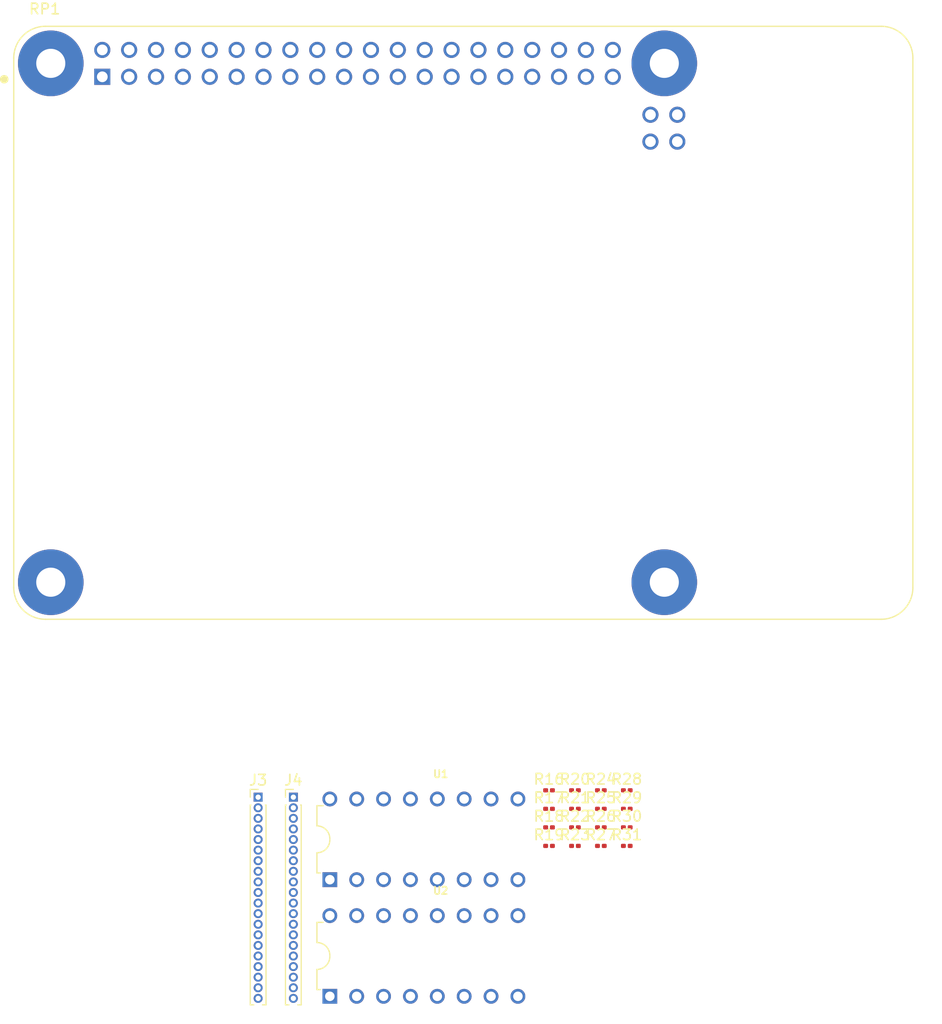
<source format=kicad_pcb>
(kicad_pcb (version 20241229) (generator "pcbnew") (generator_version "9.0")
  (layers (0 "F.Cu" signal) (2 "B.Cu" signal) (13 "F.Paste" user) (15 "B.Paste" user) (5 "F.SilkS" user "F.Silkscreen") (7 "B.SilkS" user "B.Silkscreen") (1 "F.Mask" user) (3 "B.Mask" user) (25 "Edge.Cuts" user))
  (net 0 "")
  (net 1 "Net-(J3-Pin_10)")
  (net 2 "Net-(J3-Pin_5)")
  (net 4 "Net-(J3-Pin_4)")
  (net 5 "Net-(J3-Pin_6)")
  (net 6 "Net-(J3-Pin_1)")
  (net 7 "Net-(J3-Pin_7)")
  (net 8 "Net-(J3-Pin_2)")
  (net 10 "Net-(J3-Pin_3)")
  (net 11 "Net-(J3-Pin_8)")
  (net 13 "Net-(J4-Pin_10)")
  (net 14 "Net-(J4-Pin_20)")
  (net 16 "Net-(J4-Pin_19)")
  (net 18 "Net-(J4-Pin_17)")
  (net 19 "Net-(J4-Pin_13)")
  (net 21 "Net-(J4-Pin_15)")
  (net 22 "Net-(J4-Pin_14)")
  (net 24 "Net-(J4-Pin_18)")
  (net 25 "Net-(J4-Pin_16)")
  (net 26 "Net-(U1-CH7)")
  (net 27 "Net-(U1-CH6)")
  (net 28 "Net-(U1-CH5)")
  (net 29 "Net-(U1-CH4)")
  (net 30 "Net-(U1-CH3)")
  (net 31 "Net-(U1-CH2)")
  (net 32 "Net-(U1-CH1)")
  (net 33 "Net-(U1-CH0)")
  (net 34 "Net-(U2-CH7)")
  (net 35 "Net-(U2-CH6)")
  (net 36 "Net-(U2-CH5)")
  (net 37 "Net-(U2-CH4)")
  (net 38 "Net-(U2-CH3)")
  (net 39 "Net-(U2-CH2)")
  (net 40 "Net-(U2-CH1)")
  (net 41 "Net-(U2-CH0)")
  (net 45 "Net-(RP1-+3.3V_1)")
  (net 50 "Net-(RP1-GPIO_7{slash}SPI0_CE2_N)")
  (net 57 "Net-(RP1-+3.3V_2)")
  (net 62 "Net-(RP1-GPIO_11{slash}SPI0_SCLK)")
  (net 63 "Net-(RP1-GPIO20{slash}SPI0_MOSI1)")
  (net 68 "Net-(RP1-GPIO19{slash}SPI0_MISO1{slash}PWM1)")
  (net 70 "Net-(RP1-GPIO_10{slash}SPI0_MOSI)")
  (net 72 "Net-(RP1-GPIO_8{slash}SPI0_CE1_N)")
  (net 77 "Net-(RP1-GPIO_9{slash}SPI0_MISO)")
  (net 82 "Net-(RP1-GPIO21{slash}SPI0_SCLK1)")
  (footprint "Resistor_SMD:R_0201_0603Metric" (layer "F.Cu") (at 97.315 102.65)
    (property "Reference" "R20" (at 0 -1.05 0) (layer "F.SilkS"))
    (property "Value" "R")
    (pad "1" smd roundrect (at -0.32 0) (size 0.46 0.4) (layers "F.Cu" "F.Mask") (net 4 "Net-(J3-Pin_4)"))
    (pad "2" smd roundrect (at 0.32 0) (size 0.46 0.4) (layers "F.Cu" "F.Mask") (net 30 "Net-(U1-CH3)"))
  )
  (footprint "Connector_PinHeader_1.00mm:PinHeader_1x20_P1.00mm_Vertical" (layer "F.Cu") (at 67.365 103.3)
    (property "Reference" "J3" (at 0 -1.61 0) (layer "F.SilkS"))
    (property "Value" "Conn_01x20_Pin")
    (fp_line (start -0.745 -0.735) (end 0 -0.735) (stroke (width 0.12)) (layer "F.SilkS"))
    (fp_line (start -0.745 0) (end -0.745 -0.735) (stroke (width 0.12)) (layer "F.SilkS"))
    (fp_line (start -0.745 0.735) (end -0.745 19.61) (stroke (width 0.12)) (layer "F.SilkS"))
    (fp_line (start -0.745 0.735) (end -0.685565 0.735) (stroke (width 0.12)) (layer "F.SilkS"))
    (fp_line (start -0.745 19.61) (end -0.41003 19.61) (stroke (width 0.12)) (layer "F.SilkS"))
    (fp_line (start 0.41003 19.61) (end 0.745 19.61) (stroke (width 0.12)) (layer "F.SilkS"))
    (fp_line (start 0.685565 0.735) (end 0.745 0.735) (stroke (width 0.12)) (layer "F.SilkS"))
    (fp_line (start 0.745 0.735) (end 0.745 19.61) (stroke (width 0.12)) (layer "F.SilkS"))
    (pad "1" thru_hole rect (at 0 0) (size 0.85 0.85) (drill 0.5) (layers "*.Cu" "*.Mask") (net 6 "Net-(J3-Pin_1)"))
    (pad "2" thru_hole circle (at 0 1) (size 0.85 0.85) (drill 0.5) (layers "*.Cu" "*.Mask") (net 8 "Net-(J3-Pin_2)"))
    (pad "3" thru_hole circle (at 0 2) (size 0.85 0.85) (drill 0.5) (layers "*.Cu" "*.Mask") (net 10 "Net-(J3-Pin_3)"))
    (pad "4" thru_hole circle (at 0 3) (size 0.85 0.85) (drill 0.5) (layers "*.Cu" "*.Mask") (net 4 "Net-(J3-Pin_4)"))
    (pad "5" thru_hole circle (at 0 4) (size 0.85 0.85) (drill 0.5) (layers "*.Cu" "*.Mask") (net 2 "Net-(J3-Pin_5)"))
    (pad "6" thru_hole circle (at 0 5) (size 0.85 0.85) (drill 0.5) (layers "*.Cu" "*.Mask") (net 5 "Net-(J3-Pin_6)"))
    (pad "7" thru_hole circle (at 0 6) (size 0.85 0.85) (drill 0.5) (layers "*.Cu" "*.Mask") (net 7 "Net-(J3-Pin_7)"))
    (pad "8" thru_hole circle (at 0 7) (size 0.85 0.85) (drill 0.5) (layers "*.Cu" "*.Mask") (net 11 "Net-(J3-Pin_8)"))
    (pad "9" thru_hole circle (at 0 8) (size 0.85 0.85) (drill 0.5) (layers "*.Cu" "*.Mask") (net 1 "Net-(J3-Pin_10)"))
    (pad "10" thru_hole circle (at 0 9) (size 0.85 0.85) (drill 0.5) (layers "*.Cu" "*.Mask") (net 1 "Net-(J3-Pin_10)"))
    (pad "11" thru_hole circle (at 0 10) (size 0.85 0.85) (drill 0.5) (layers "*.Cu" "*.Mask") (net 1 "Net-(J3-Pin_10)"))
    (pad "12" thru_hole circle (at 0 11) (size 0.85 0.85) (drill 0.5) (layers "*.Cu" "*.Mask") (net 1 "Net-(J3-Pin_10)"))
    (pad "13" thru_hole circle (at 0 12) (size 0.85 0.85) (drill 0.5) (layers "*.Cu" "*.Mask") (net 1 "Net-(J3-Pin_10)"))
    (pad "14" thru_hole circle (at 0 13) (size 0.85 0.85) (drill 0.5) (layers "*.Cu" "*.Mask") (net 1 "Net-(J3-Pin_10)"))
    (pad "15" thru_hole circle (at 0 14) (size 0.85 0.85) (drill 0.5) (layers "*.Cu" "*.Mask") (net 1 "Net-(J3-Pin_10)"))
    (pad "16" thru_hole circle (at 0 15) (size 0.85 0.85) (drill 0.5) (layers "*.Cu" "*.Mask") (net 1 "Net-(J3-Pin_10)"))
    (pad "17" thru_hole circle (at 0 16) (size 0.85 0.85) (drill 0.5) (layers "*.Cu" "*.Mask") (net 1 "Net-(J3-Pin_10)"))
    (pad "18" thru_hole circle (at 0 17) (size 0.85 0.85) (drill 0.5) (layers "*.Cu" "*.Mask") (net 1 "Net-(J3-Pin_10)"))
    (pad "19" thru_hole circle (at 0 18) (size 0.85 0.85) (drill 0.5) (layers "*.Cu" "*.Mask"))
    (pad "20" thru_hole circle (at 0 19) (size 0.85 0.85) (drill 0.5) (layers "*.Cu" "*.Mask"))
  )
  (footprint "Resistor_SMD:R_0201_0603Metric" (layer "F.Cu") (at 94.865 102.65)
    (property "Reference" "R16" (at 0 -1.05 0) (layer "F.SilkS"))
    (property "Value" "R")
    (pad "1" smd roundrect (at -0.32 0) (size 0.46 0.4) (layers "F.Cu" "F.Mask") (net 11 "Net-(J3-Pin_8)"))
    (pad "2" smd roundrect (at 0.32 0) (size 0.46 0.4) (layers "F.Cu" "F.Mask") (net 26 "Net-(U1-CH7)"))
  )
  (footprint "Resistor_SMD:R_0201_0603Metric" (layer "F.Cu") (at 94.865 107.9)
    (property "Reference" "R19" (at 0 -1.05 0) (layer "F.SilkS"))
    (property "Value" "R")
    (pad "1" smd roundrect (at -0.32 0) (size 0.46 0.4) (layers "F.Cu" "F.Mask") (net 2 "Net-(J3-Pin_5)"))
    (pad "2" smd roundrect (at 0.32 0) (size 0.46 0.4) (layers "F.Cu" "F.Mask") (net 29 "Net-(U1-CH4)"))
  )
  (footprint "Resistor_SMD:R_0201_0603Metric" (layer "F.Cu") (at 102.215 102.65)
    (property "Reference" "R28" (at 0 -1.05 0) (layer "F.SilkS"))
    (property "Value" "R")
    (pad "1" smd roundrect (at -0.32 0) (size 0.46 0.4) (layers "F.Cu" "F.Mask") (net 38 "Net-(U2-CH3)"))
    (pad "2" smd roundrect (at 0.32 0) (size 0.46 0.4) (layers "F.Cu" "F.Mask") (net 25 "Net-(J4-Pin_16)"))
  )
  (footprint "Resistor_SMD:R_0201_0603Metric" (layer "F.Cu") (at 99.765 107.9)
    (property "Reference" "R27" (at 0 -1.05 0) (layer "F.SilkS"))
    (property "Value" "R")
    (pad "1" smd roundrect (at -0.32 0) (size 0.46 0.4) (layers "F.Cu" "F.Mask") (net 37 "Net-(U2-CH4)"))
    (pad "2" smd roundrect (at 0.32 0) (size 0.46 0.4) (layers "F.Cu" "F.Mask") (net 18 "Net-(J4-Pin_17)"))
  )
  (footprint "Resistor_SMD:R_0201_0603Metric" (layer "F.Cu") (at 94.865 106.15)
    (property "Reference" "R18" (at 0 -1.05 0) (layer "F.SilkS"))
    (property "Value" "R")
    (pad "1" smd roundrect (at -0.32 0) (size 0.46 0.4) (layers "F.Cu" "F.Mask") (net 5 "Net-(J3-Pin_6)"))
    (pad "2" smd roundrect (at 0.32 0) (size 0.46 0.4) (layers "F.Cu" "F.Mask") (net 28 "Net-(U1-CH5)"))
  )
  (footprint "Resistor_SMD:R_0201_0603Metric" (layer "F.Cu") (at 94.865 104.4)
    (property "Reference" "R17" (at 0 -1.05 0) (layer "F.SilkS"))
    (property "Value" "R")
    (pad "1" smd roundrect (at -0.32 0) (size 0.46 0.4) (layers "F.Cu" "F.Mask") (net 7 "Net-(J3-Pin_7)"))
    (pad "2" smd roundrect (at 0.32 0) (size 0.46 0.4) (layers "F.Cu" "F.Mask") (net 27 "Net-(U1-CH6)"))
  )
  (footprint "Resistor_SMD:R_0201_0603Metric" (layer "F.Cu") (at 99.765 102.65)
    (property "Reference" "R24" (at 0 -1.05 0) (layer "F.SilkS"))
    (property "Value" "R")
    (pad "1" smd roundrect (at -0.32 0) (size 0.46 0.4) (layers "F.Cu" "F.Mask") (net 34 "Net-(U2-CH7)"))
    (pad "2" smd roundrect (at 0.32 0) (size 0.46 0.4) (layers "F.Cu" "F.Mask") (net 14 "Net-(J4-Pin_20)"))
  )
  (footprint "imprtdasd:DIP16-2.54-19.2X7.62MM" (layer "F.Cu") (at 83.0335 107.28)
    (property "Reference" "U1" (at 1.589081 -6.165633 0) (layer "F.SilkS") (effects (font (size 0.700697 0.700697))))
    (property "Value" "MCP3008")
    (fp_line (start -10.11 -3.175) (end -9.525 -3.175) (stroke (width 0.127)) (layer "F.SilkS"))
    (fp_line (start -10.11 -1.27) (end -10.11 -3.175) (stroke (width 0.127)) (layer "F.SilkS"))
    (fp_line (start -10.11 3.175) (end -10.11 1.27) (stroke (width 0.127)) (layer "F.SilkS"))
    (fp_line (start -10.11 3.175) (end -9.8 3.175) (stroke (width 0.127)) (layer "F.SilkS"))
    (fp_arc (start -10.11 -1.27) (mid -9.24733 -0.91267) (end -8.89 -0.05) (stroke (width 0.127)) (layer "F.SilkS"))
    (fp_arc (start -8.89 0.05) (mid -9.24733 0.91267) (end -10.11 1.27) (stroke (width 0.127)) (layer "F.SilkS"))
    (pad "1" thru_hole rect (at -8.89 3.81) (size 1.4 1.4) (drill 0.9) (layers "*.Cu" "*.Mask") (net 33 "Net-(U1-CH0)"))
    (pad "2" thru_hole circle (at -6.35 3.81) (size 1.4 1.4) (drill 0.9) (layers "*.Cu" "*.Mask") (net 32 "Net-(U1-CH1)"))
    (pad "3" thru_hole circle (at -3.81 3.81) (size 1.4 1.4) (drill 0.9) (layers "*.Cu" "*.Mask") (net 31 "Net-(U1-CH2)"))
    (pad "4" thru_hole circle (at -1.27 3.81) (size 1.4 1.4) (drill 0.9) (layers "*.Cu" "*.Mask") (net 30 "Net-(U1-CH3)"))
    (pad "5" thru_hole circle (at 1.27 3.81) (size 1.4 1.4) (drill 0.9) (layers "*.Cu" "*.Mask") (net 29 "Net-(U1-CH4)"))
    (pad "6" thru_hole circle (at 3.81 3.81) (size 1.4 1.4) (drill 0.9) (layers "*.Cu" "*.Mask") (net 28 "Net-(U1-CH5)"))
    (pad "7" thru_hole circle (at 6.35 3.81) (size 1.4 1.4) (drill 0.9) (layers "*.Cu" "*.Mask") (net 27 "Net-(U1-CH6)"))
    (pad "8" thru_hole circle (at 8.89 3.81) (size 1.4 1.4) (drill 0.9) (layers "*.Cu" "*.Mask") (net 26 "Net-(U1-CH7)"))
    (pad "9" thru_hole circle (at 8.89 -3.81) (size 1.4 1.4) (drill 0.9) (layers "*.Cu" "*.Mask") (net 1 "Net-(J3-Pin_10)"))
    (pad "10" thru_hole circle (at 6.35 -3.81) (size 1.4 1.4) (drill 0.9) (layers "*.Cu" "*.Mask") (net 72 "Net-(RP1-GPIO_8{slash}SPI0_CE1_N)"))
    (pad "11" thru_hole circle (at 3.81 -3.81) (size 1.4 1.4) (drill 0.9) (layers "*.Cu" "*.Mask") (net 70 "Net-(RP1-GPIO_10{slash}SPI0_MOSI)"))
    (pad "12" thru_hole circle (at 1.27 -3.81) (size 1.4 1.4) (drill 0.9) (layers "*.Cu" "*.Mask") (net 77 "Net-(RP1-GPIO_9{slash}SPI0_MISO)"))
    (pad "13" thru_hole circle (at -1.27 -3.81) (size 1.4 1.4) (drill 0.9) (layers "*.Cu" "*.Mask") (net 62 "Net-(RP1-GPIO_11{slash}SPI0_SCLK)"))
    (pad "14" thru_hole circle (at -3.81 -3.81) (size 1.4 1.4) (drill 0.9) (layers "*.Cu" "*.Mask") (net 1 "Net-(J3-Pin_10)"))
    (pad "15" thru_hole circle (at -6.35 -3.81) (size 1.4 1.4) (drill 0.9) (layers "*.Cu" "*.Mask") (net 45 "Net-(RP1-+3.3V_1)"))
    (pad "16" thru_hole circle (at -8.89 -3.81) (size 1.4 1.4) (drill 0.9) (layers "*.Cu" "*.Mask") (net 45 "Net-(RP1-+3.3V_1)"))
  )
  (footprint "imprtdasd:MODULE_RASPBERRY_PI_4B_4GB" (layer "F.Cu") (at 86.7625 58.4975)
    (property "Reference" "RP1" (at -39.575 -29.635 0) (layer "F.SilkS"))
    (property "Value" "Raspberry_Pi_2_3")
    (fp_line (start -42.5 -25) (end -42.5 25) (stroke (width 0.127)) (layer "F.SilkS"))
    (fp_line (start -39.5 28) (end 39.5 28) (stroke (width 0.127)) (layer "F.SilkS"))
    (fp_line (start 39.5 -28) (end -39.5 -28) (stroke (width 0.127)) (layer "F.SilkS"))
    (fp_line (start 42.5 25) (end 42.5 -25) (stroke (width 0.127)) (layer "F.SilkS"))
    (fp_arc (start -42.5 -25) (mid -41.62132 -27.12132) (end -39.5 -28) (stroke (width 0.127)) (layer "F.SilkS"))
    (fp_arc (start -39.5 28) (mid -41.62132 27.12132) (end -42.5 25) (stroke (width 0.127)) (layer "F.SilkS"))
    (fp_arc (start 39.5 -28) (mid 41.62132 -27.12132) (end 42.5 -25) (stroke (width 0.127)) (layer "F.SilkS"))
    (fp_arc (start 42.5 25) (mid 41.62132 27.12132) (end 39.5 28) (stroke (width 0.127)) (layer "F.SilkS"))
    (fp_circle (center -43.4 -23) (end -43.2 -23) (stroke (width 0.4)) (fill no) (layer "F.SilkS"))
    (pad "1" thru_hole rect (at -34.13 -23.23) (size 1.524 1.524) (drill 1.016) (layers "*.Cu" "*.Mask") (net 45 "Net-(RP1-+3.3V_1)"))
    (pad "2" thru_hole circle (at -34.13 -25.77) (size 1.524 1.524) (drill 1.016) (layers "*.Cu" "*.Mask"))
    (pad "3" thru_hole circle (at -31.59 -23.23) (size 1.524 1.524) (drill 1.016) (layers "*.Cu" "*.Mask"))
    (pad "4" thru_hole circle (at -31.59 -25.77) (size 1.524 1.524) (drill 1.016) (layers "*.Cu" "*.Mask"))
    (pad "5" thru_hole circle (at -29.05 -23.23) (size 1.524 1.524) (drill 1.016) (layers "*.Cu" "*.Mask"))
    (pad "6" thru_hole circle (at -29.05 -25.77) (size 1.524 1.524) (drill 1.016) (layers "*.Cu" "*.Mask"))
    (pad "7" thru_hole circle (at -26.51 -23.23) (size 1.524 1.524) (drill 1.016) (layers "*.Cu" "*.Mask"))
    (pad "8" thru_hole circle (at -26.51 -25.77) (size 1.524 1.524) (drill 1.016) (layers "*.Cu" "*.Mask"))
    (pad "9" thru_hole circle (at -23.97 -23.23) (size 1.524 1.524) (drill 1.016) (layers "*.Cu" "*.Mask"))
    (pad "10" thru_hole circle (at -23.97 -25.77) (size 1.524 1.524) (drill 1.016) (layers "*.Cu" "*.Mask"))
    (pad "11" thru_hole circle (at -21.43 -23.23) (size 1.524 1.524) (drill 1.016) (layers "*.Cu" "*.Mask"))
    (pad "12" thru_hole circle (at -21.43 -25.77) (size 1.524 1.524) (drill 1.016) (layers "*.Cu" "*.Mask"))
    (pad "13" thru_hole circle (at -18.89 -23.23) (size 1.524 1.524) (drill 1.016) (layers "*.Cu" "*.Mask"))
    (pad "14" thru_hole circle (at -18.89 -25.77) (size 1.524 1.524) (drill 1.016) (layers "*.Cu" "*.Mask") (net 1 "Net-(J3-Pin_10)"))
    (pad "15" thru_hole circle (at -16.35 -23.23) (size 1.524 1.524) (drill 1.016) (layers "*.Cu" "*.Mask"))
    (pad "16" thru_hole circle (at -16.35 -25.77) (size 1.524 1.524) (drill 1.016) (layers "*.Cu" "*.Mask"))
    (pad "17" thru_hole circle (at -13.81 -23.23) (size 1.524 1.524) (drill 1.016) (layers "*.Cu" "*.Mask") (net 57 "Net-(RP1-+3.3V_2)"))
    (pad "18" thru_hole circle (at -13.81 -25.77) (size 1.524 1.524) (drill 1.016) (layers "*.Cu" "*.Mask"))
    (pad "19" thru_hole circle (at -11.27 -23.23) (size 1.524 1.524) (drill 1.016) (layers "*.Cu" "*.Mask") (net 70 "Net-(RP1-GPIO_10{slash}SPI0_MOSI)"))
    (pad "20" thru_hole circle (at -11.27 -25.77) (size 1.524 1.524) (drill 1.016) (layers "*.Cu" "*.Mask"))
    (pad "21" thru_hole circle (at -8.73 -23.23) (size 1.524 1.524) (drill 1.016) (layers "*.Cu" "*.Mask") (net 77 "Net-(RP1-GPIO_9{slash}SPI0_MISO)"))
    (pad "22" thru_hole circle (at -8.73 -25.77) (size 1.524 1.524) (drill 1.016) (layers "*.Cu" "*.Mask"))
    (pad "23" thru_hole circle (at -6.19 -23.23) (size 1.524 1.524) (drill 1.016) (layers "*.Cu" "*.Mask") (net 62 "Net-(RP1-GPIO_11{slash}SPI0_SCLK)"))
    (pad "24" thru_hole circle (at -6.19 -25.77) (size 1.524 1.524) (drill 1.016) (layers "*.Cu" "*.Mask") (net 72 "Net-(RP1-GPIO_8{slash}SPI0_CE1_N)"))
    (pad "25" thru_hole circle (at -3.65 -23.23) (size 1.524 1.524) (drill 1.016) (layers "*.Cu" "*.Mask") (net 13 "Net-(J4-Pin_10)"))
    (pad "26" thru_hole circle (at -3.65 -25.77) (size 1.524 1.524) (drill 1.016) (layers "*.Cu" "*.Mask") (net 50 "Net-(RP1-GPIO_7{slash}SPI0_CE2_N)"))
    (pad "27" thru_hole circle (at -1.11 -23.23) (size 1.524 1.524) (drill 1.016) (layers "*.Cu" "*.Mask"))
    (pad "28" thru_hole circle (at -1.11 -25.77) (size 1.524 1.524) (drill 1.016) (layers "*.Cu" "*.Mask"))
    (pad "29" thru_hole circle (at 1.43 -23.23) (size 1.524 1.524) (drill 1.016) (layers "*.Cu" "*.Mask"))
    (pad "30" thru_hole circle (at 1.43 -25.77) (size 1.524 1.524) (drill 1.016) (layers "*.Cu" "*.Mask"))
    (pad "31" thru_hole circle (at 3.97 -23.23) (size 1.524 1.524) (drill 1.016) (layers "*.Cu" "*.Mask"))
    (pad "32" thru_hole circle (at 3.97 -25.77) (size 1.524 1.524) (drill 1.016) (layers "*.Cu" "*.Mask"))
    (pad "33" thru_hole circle (at 6.51 -23.23) (size 1.524 1.524) (drill 1.016) (layers "*.Cu" "*.Mask"))
    (pad "34" thru_hole circle (at 6.51 -25.77) (size 1.524 1.524) (drill 1.016) (layers "*.Cu" "*.Mask"))
    (pad "35" thru_hole circle (at 9.05 -23.23) (size 1.524 1.524) (drill 1.016) (layers "*.Cu" "*.Mask") (net 68 "Net-(RP1-GPIO19{slash}SPI0_MISO1{slash}PWM1)"))
    (pad "36" thru_hole circle (at 9.05 -25.77) (size 1.524 1.524) (drill 1.016) (layers "*.Cu" "*.Mask"))
    (pad "37" thru_hole circle (at 11.59 -23.23) (size 1.524 1.524) (drill 1.016) (layers "*.Cu" "*.Mask"))
    (pad "38" thru_hole circle (at 11.59 -25.77) (size 1.524 1.524) (drill 1.016) (layers "*.Cu" "*.Mask") (net 63 "Net-(RP1-GPIO20{slash}SPI0_MOSI1)"))
    (pad "39" thru_hole circle (at 14.13 -23.23) (size 1.524 1.524) (drill 1.016) (layers "*.Cu" "*.Mask"))
    (pad "40" thru_hole circle (at 14.13 -25.77) (size 1.524 1.524) (drill 1.016) (layers "*.Cu" "*.Mask") (net 82 "Net-(RP1-GPIO21{slash}SPI0_SCLK1)"))
    (pad "41" thru_hole circle (at 20.23 -17.107) (size 1.524 1.524) (drill 1.016) (layers "*.Cu" "*.Mask"))
    (pad "42" thru_hole circle (at 20.23 -19.647) (size 1.524 1.524) (drill 1.016) (layers "*.Cu" "*.Mask"))
    (pad "43" thru_hole circle (at 17.69 -17.107) (size 1.524 1.524) (drill 1.016) (layers "*.Cu" "*.Mask"))
    (pad "44" thru_hole circle (at 17.69 -19.647) (size 1.524 1.524) (drill 1.016) (layers "*.Cu" "*.Mask"))
    (pad "S1" thru_hole circle (at -39 -24.5) (size 6.2 6.2) (drill 2.75) (layers "*.Cu" "*.Mask"))
    (pad "S2" thru_hole circle (at 19 -24.5) (size 6.2 6.2) (drill 2.75) (layers "*.Cu" "*.Mask"))
    (pad "S3" thru_hole circle (at 19 24.5) (size 6.2 6.2) (drill 2.75) (layers "*.Cu" "*.Mask"))
    (pad "S4" thru_hole circle (at -39 24.5) (size 6.2 6.2) (drill 2.75) (layers "*.Cu" "*.Mask"))
  )
  (footprint "Resistor_SMD:R_0201_0603Metric" (layer "F.Cu") (at 102.215 104.4)
    (property "Reference" "R29" (at 0 -1.05 0) (layer "F.SilkS"))
    (property "Value" "R")
    (pad "1" smd roundrect (at -0.32 0) (size 0.46 0.4) (layers "F.Cu" "F.Mask") (net 39 "Net-(U2-CH2)"))
    (pad "2" smd roundrect (at 0.32 0) (size 0.46 0.4) (layers "F.Cu" "F.Mask") (net 21 "Net-(J4-Pin_15)"))
  )
  (footprint "imprtdasd:DIP16-2.54-19.2X7.62MM" (layer "F.Cu") (at 83.0335 118.295)
    (property "Reference" "U2" (at 1.589081 -6.165633 0) (layer "F.SilkS") (effects (font (size 0.700697 0.700697))))
    (property "Value" "MCP3008")
    (fp_line (start -10.11 -3.175) (end -9.525 -3.175) (stroke (width 0.127)) (layer "F.SilkS"))
    (fp_line (start -10.11 -1.27) (end -10.11 -3.175) (stroke (width 0.127)) (layer "F.SilkS"))
    (fp_line (start -10.11 3.175) (end -10.11 1.27) (stroke (width 0.127)) (layer "F.SilkS"))
    (fp_line (start -10.11 3.175) (end -9.8 3.175) (stroke (width 0.127)) (layer "F.SilkS"))
    (fp_arc (start -10.11 -1.27) (mid -9.24733 -0.91267) (end -8.89 -0.05) (stroke (width 0.127)) (layer "F.SilkS"))
    (fp_arc (start -8.89 0.05) (mid -9.24733 0.91267) (end -10.11 1.27) (stroke (width 0.127)) (layer "F.SilkS"))
    (pad "1" thru_hole rect (at -8.89 3.81) (size 1.4 1.4) (drill 0.9) (layers "*.Cu" "*.Mask") (net 41 "Net-(U2-CH0)"))
    (pad "2" thru_hole circle (at -6.35 3.81) (size 1.4 1.4) (drill 0.9) (layers "*.Cu" "*.Mask") (net 40 "Net-(U2-CH1)"))
    (pad "3" thru_hole circle (at -3.81 3.81) (size 1.4 1.4) (drill 0.9) (layers "*.Cu" "*.Mask") (net 39 "Net-(U2-CH2)"))
    (pad "4" thru_hole circle (at -1.27 3.81) (size 1.4 1.4) (drill 0.9) (layers "*.Cu" "*.Mask") (net 38 "Net-(U2-CH3)"))
    (pad "5" thru_hole circle (at 1.27 3.81) (size 1.4 1.4) (drill 0.9) (layers "*.Cu" "*.Mask") (net 37 "Net-(U2-CH4)"))
    (pad "6" thru_hole circle (at 3.81 3.81) (size 1.4 1.4) (drill 0.9) (layers "*.Cu" "*.Mask") (net 36 "Net-(U2-CH5)"))
    (pad "7" thru_hole circle (at 6.35 3.81) (size 1.4 1.4) (drill 0.9) (layers "*.Cu" "*.Mask") (net 35 "Net-(U2-CH6)"))
    (pad "8" thru_hole circle (at 8.89 3.81) (size 1.4 1.4) (drill 0.9) (layers "*.Cu" "*.Mask") (net 34 "Net-(U2-CH7)"))
    (pad "9" thru_hole circle (at 8.89 -3.81) (size 1.4 1.4) (drill 0.9) (layers "*.Cu" "*.Mask") (net 13 "Net-(J4-Pin_10)"))
    (pad "10" thru_hole circle (at 6.35 -3.81) (size 1.4 1.4) (drill 0.9) (layers "*.Cu" "*.Mask") (net 50 "Net-(RP1-GPIO_7{slash}SPI0_CE2_N)"))
    (pad "11" thru_hole circle (at 3.81 -3.81) (size 1.4 1.4) (drill 0.9) (layers "*.Cu" "*.Mask") (net 63 "Net-(RP1-GPIO20{slash}SPI0_MOSI1)"))
    (pad "12" thru_hole circle (at 1.27 -3.81) (size 1.4 1.4) (drill 0.9) (layers "*.Cu" "*.Mask") (net 68 "Net-(RP1-GPIO19{slash}SPI0_MISO1{slash}PWM1)"))
    (pad "13" thru_hole circle (at -1.27 -3.81) (size 1.4 1.4) (drill 0.9) (layers "*.Cu" "*.Mask") (net 82 "Net-(RP1-GPIO21{slash}SPI0_SCLK1)"))
    (pad "14" thru_hole circle (at -3.81 -3.81) (size 1.4 1.4) (drill 0.9) (layers "*.Cu" "*.Mask") (net 13 "Net-(J4-Pin_10)"))
    (pad "15" thru_hole circle (at -6.35 -3.81) (size 1.4 1.4) (drill 0.9) (layers "*.Cu" "*.Mask") (net 57 "Net-(RP1-+3.3V_2)"))
    (pad "16" thru_hole circle (at -8.89 -3.81) (size 1.4 1.4) (drill 0.9) (layers "*.Cu" "*.Mask") (net 57 "Net-(RP1-+3.3V_2)"))
  )
  (footprint "Resistor_SMD:R_0201_0603Metric" (layer "F.Cu") (at 97.315 106.15)
    (property "Reference" "R22" (at 0 -1.05 0) (layer "F.SilkS"))
    (property "Value" "R")
    (pad "1" smd roundrect (at -0.32 0) (size 0.46 0.4) (layers "F.Cu" "F.Mask") (net 8 "Net-(J3-Pin_2)"))
    (pad "2" smd roundrect (at 0.32 0) (size 0.46 0.4) (layers "F.Cu" "F.Mask") (net 32 "Net-(U1-CH1)"))
  )
  (footprint "Resistor_SMD:R_0201_0603Metric" (layer "F.Cu") (at 102.215 107.9)
    (property "Reference" "R31" (at 0 -1.05 0) (layer "F.SilkS"))
    (property "Value" "R")
    (pad "1" smd roundrect (at -0.32 0) (size 0.46 0.4) (layers "F.Cu" "F.Mask") (net 41 "Net-(U2-CH0)"))
    (pad "2" smd roundrect (at 0.32 0) (size 0.46 0.4) (layers "F.Cu" "F.Mask") (net 19 "Net-(J4-Pin_13)"))
  )
  (footprint "Connector_PinHeader_1.00mm:PinHeader_1x20_P1.00mm_Vertical" (layer "F.Cu") (at 70.695 103.3)
    (property "Reference" "J4" (at 0 -1.61 0) (layer "F.SilkS"))
    (property "Value" "Conn_01x20_Pin")
    (fp_line (start -0.745 -0.735) (end 0 -0.735) (stroke (width 0.12)) (layer "F.SilkS"))
    (fp_line (start -0.745 0) (end -0.745 -0.735) (stroke (width 0.12)) (layer "F.SilkS"))
    (fp_line (start -0.745 0.735) (end -0.745 19.61) (stroke (width 0.12)) (layer "F.SilkS"))
    (fp_line (start -0.745 0.735) (end -0.685565 0.735) (stroke (width 0.12)) (layer "F.SilkS"))
    (fp_line (start -0.745 19.61) (end -0.41003 19.61) (stroke (width 0.12)) (layer "F.SilkS"))
    (fp_line (start 0.41003 19.61) (end 0.745 19.61) (stroke (width 0.12)) (layer "F.SilkS"))
    (fp_line (start 0.685565 0.735) (end 0.745 0.735) (stroke (width 0.12)) (layer "F.SilkS"))
    (fp_line (start 0.745 0.735) (end 0.745 19.61) (stroke (width 0.12)) (layer "F.SilkS"))
    (pad "1" thru_hole rect (at 0 0) (size 0.85 0.85) (drill 0.5) (layers "*.Cu" "*.Mask"))
    (pad "2" thru_hole circle (at 0 1) (size 0.85 0.85) (drill 0.5) (layers "*.Cu" "*.Mask"))
    (pad "3" thru_hole circle (at 0 2) (size 0.85 0.85) (drill 0.5) (layers "*.Cu" "*.Mask"))
    (pad "4" thru_hole circle (at 0 3) (size 0.85 0.85) (drill 0.5) (layers "*.Cu" "*.Mask"))
    (pad "5" thru_hole circle (at 0 4) (size 0.85 0.85) (drill 0.5) (layers "*.Cu" "*.Mask"))
    (pad "6" thru_hole circle (at 0 5) (size 0.85 0.85) (drill 0.5) (layers "*.Cu" "*.Mask") (net 13 "Net-(J4-Pin_10)"))
    (pad "7" thru_hole circle (at 0 6) (size 0.85 0.85) (drill 0.5) (layers "*.Cu" "*.Mask") (net 13 "Net-(J4-Pin_10)"))
    (pad "8" thru_hole circle (at 0 7) (size 0.85 0.85) (drill 0.5) (layers "*.Cu" "*.Mask") (net 13 "Net-(J4-Pin_10)"))
    (pad "9" thru_hole circle (at 0 8) (size 0.85 0.85) (drill 0.5) (layers "*.Cu" "*.Mask") (net 13 "Net-(J4-Pin_10)"))
    (pad "10" thru_hole circle (at 0 9) (size 0.85 0.85) (drill 0.5) (layers "*.Cu" "*.Mask") (net 13 "Net-(J4-Pin_10)"))
    (pad "11" thru_hole circle (at 0 10) (size 0.85 0.85) (drill 0.5) (layers "*.Cu" "*.Mask") (net 13 "Net-(J4-Pin_10)"))
    (pad "12" thru_hole circle (at 0 11) (size 0.85 0.85) (drill 0.5) (layers "*.Cu" "*.Mask") (net 13 "Net-(J4-Pin_10)"))
    (pad "13" thru_hole circle (at 0 12) (size 0.85 0.85) (drill 0.5) (layers "*.Cu" "*.Mask") (net 19 "Net-(J4-Pin_13)"))
    (pad "14" thru_hole circle (at 0 13) (size 0.85 0.85) (drill 0.5) (layers "*.Cu" "*.Mask") (net 22 "Net-(J4-Pin_14)"))
    (pad "15" thru_hole circle (at 0 14) (size 0.85 0.85) (drill 0.5) (layers "*.Cu" "*.Mask") (net 21 "Net-(J4-Pin_15)"))
    (pad "16" thru_hole circle (at 0 15) (size 0.85 0.85) (drill 0.5) (layers "*.Cu" "*.Mask") (net 25 "Net-(J4-Pin_16)"))
    (pad "17" thru_hole circle (at 0 16) (size 0.85 0.85) (drill 0.5) (layers "*.Cu" "*.Mask") (net 18 "Net-(J4-Pin_17)"))
    (pad "18" thru_hole circle (at 0 17) (size 0.85 0.85) (drill 0.5) (layers "*.Cu" "*.Mask") (net 24 "Net-(J4-Pin_18)"))
    (pad "19" thru_hole circle (at 0 18) (size 0.85 0.85) (drill 0.5) (layers "*.Cu" "*.Mask") (net 16 "Net-(J4-Pin_19)"))
    (pad "20" thru_hole circle (at 0 19) (size 0.85 0.85) (drill 0.5) (layers "*.Cu" "*.Mask") (net 14 "Net-(J4-Pin_20)"))
  )
  (footprint "Resistor_SMD:R_0201_0603Metric" (layer "F.Cu") (at 99.765 104.4)
    (property "Reference" "R25" (at 0 -1.05 0) (layer "F.SilkS"))
    (property "Value" "R")
    (pad "1" smd roundrect (at -0.32 0) (size 0.46 0.4) (layers "F.Cu" "F.Mask") (net 35 "Net-(U2-CH6)"))
    (pad "2" smd roundrect (at 0.32 0) (size 0.46 0.4) (layers "F.Cu" "F.Mask") (net 16 "Net-(J4-Pin_19)"))
  )
  (footprint "Resistor_SMD:R_0201_0603Metric" (layer "F.Cu") (at 102.215 106.15)
    (property "Reference" "R30" (at 0 -1.05 0) (layer "F.SilkS"))
    (property "Value" "R")
    (pad "1" smd roundrect (at -0.32 0) (size 0.46 0.4) (layers "F.Cu" "F.Mask") (net 40 "Net-(U2-CH1)"))
    (pad "2" smd roundrect (at 0.32 0) (size 0.46 0.4) (layers "F.Cu" "F.Mask") (net 22 "Net-(J4-Pin_14)"))
  )
  (footprint "Resistor_SMD:R_0201_0603Metric" (layer "F.Cu") (at 97.315 104.4)
    (property "Reference" "R21" (at 0 -1.05 0) (layer "F.SilkS"))
    (property "Value" "R")
    (pad "1" smd roundrect (at -0.32 0) (size 0.46 0.4) (layers "F.Cu" "F.Mask") (net 10 "Net-(J3-Pin_3)"))
    (pad "2" smd roundrect (at 0.32 0) (size 0.46 0.4) (layers "F.Cu" "F.Mask") (net 31 "Net-(U1-CH2)"))
  )
  (footprint "Resistor_SMD:R_0201_0603Metric" (layer "F.Cu") (at 99.765 106.15)
    (property "Reference" "R26" (at 0 -1.05 0) (layer "F.SilkS"))
    (property "Value" "R")
    (pad "1" smd roundrect (at -0.32 0) (size 0.46 0.4) (layers "F.Cu" "F.Mask") (net 36 "Net-(U2-CH5)"))
    (pad "2" smd roundrect (at 0.32 0) (size 0.46 0.4) (layers "F.Cu" "F.Mask") (net 24 "Net-(J4-Pin_18)"))
  )
  (footprint "Resistor_SMD:R_0201_0603Metric" (layer "F.Cu") (at 97.315 107.9)
    (property "Reference" "R23" (at 0 -1.05 0) (layer "F.SilkS"))
    (property "Value" "R")
    (pad "1" smd roundrect (at -0.32 0) (size 0.46 0.4) (layers "F.Cu" "F.Mask") (net 6 "Net-(J3-Pin_1)"))
    (pad "2" smd roundrect (at 0.32 0) (size 0.46 0.4) (layers "F.Cu" "F.Mask") (net 33 "Net-(U1-CH0)"))
  )
)
</source>
